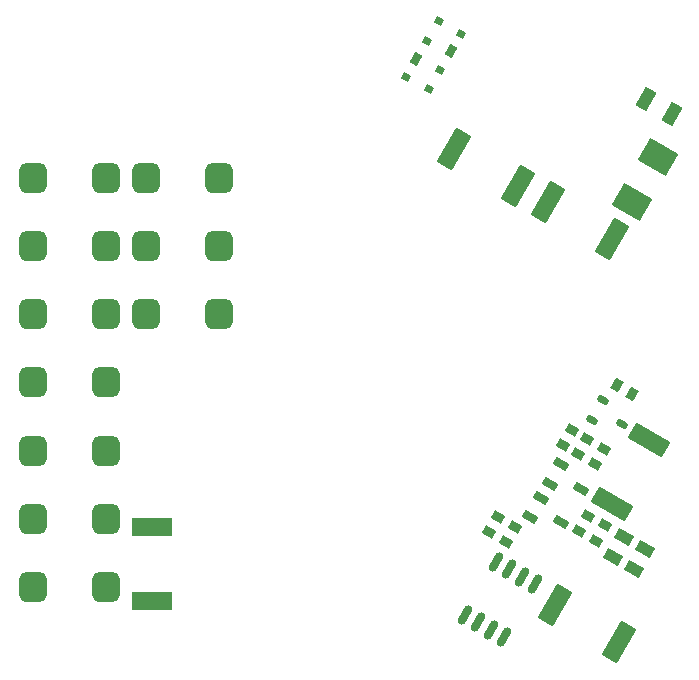
<source format=gtp>
G04*
G04 #@! TF.GenerationSoftware,Altium Limited,Altium Designer,21.1.1 (26)*
G04*
G04 Layer_Color=8421504*
%FSLAX25Y25*%
%MOIN*%
G70*
G04*
G04 #@! TF.SameCoordinates,FDC4DEE7-E93E-45EC-9828-44F572C0D175*
G04*
G04*
G04 #@! TF.FilePolarity,Positive*
G04*
G01*
G75*
G04:AMPARAMS|DCode=21|XSize=29.53mil|YSize=39.37mil|CornerRadius=0mil|HoleSize=0mil|Usage=FLASHONLY|Rotation=150.000|XOffset=0mil|YOffset=0mil|HoleType=Round|Shape=Rectangle|*
%AMROTATEDRECTD21*
4,1,4,0.02263,0.00967,0.00294,-0.02443,-0.02263,-0.00967,-0.00294,0.02443,0.02263,0.00967,0.0*
%
%ADD21ROTATEDRECTD21*%

G04:AMPARAMS|DCode=22|XSize=131.89mil|YSize=59.06mil|CornerRadius=0mil|HoleSize=0mil|Usage=FLASHONLY|Rotation=330.000|XOffset=0mil|YOffset=0mil|HoleType=Round|Shape=Rectangle|*
%AMROTATEDRECTD22*
4,1,4,-0.07187,0.00740,-0.04235,0.05854,0.07187,-0.00740,0.04235,-0.05854,-0.07187,0.00740,0.0*
%
%ADD22ROTATEDRECTD22*%

G04:AMPARAMS|DCode=23|XSize=131.89mil|YSize=59.06mil|CornerRadius=0mil|HoleSize=0mil|Usage=FLASHONLY|Rotation=60.000|XOffset=0mil|YOffset=0mil|HoleType=Round|Shape=Rectangle|*
%AMROTATEDRECTD23*
4,1,4,-0.00740,-0.07187,-0.05854,-0.04235,0.00740,0.07187,0.05854,0.04235,-0.00740,-0.07187,0.0*
%
%ADD23ROTATEDRECTD23*%

G04:AMPARAMS|DCode=24|XSize=92.56mil|YSize=100.43mil|CornerRadius=23.14mil|HoleSize=0mil|Usage=FLASHONLY|Rotation=0.000|XOffset=0mil|YOffset=0mil|HoleType=Round|Shape=RoundedRectangle|*
%AMROUNDEDRECTD24*
21,1,0.09256,0.05415,0,0,0.0*
21,1,0.04628,0.10043,0,0,0.0*
1,1,0.04628,0.02314,-0.02708*
1,1,0.04628,-0.02314,-0.02708*
1,1,0.04628,-0.02314,0.02708*
1,1,0.04628,0.02314,0.02708*
%
%ADD24ROUNDEDRECTD24*%
G04:AMPARAMS|DCode=25|XSize=29.53mil|YSize=39.37mil|CornerRadius=0mil|HoleSize=0mil|Usage=FLASHONLY|Rotation=240.000|XOffset=0mil|YOffset=0mil|HoleType=Round|Shape=Rectangle|*
%AMROTATEDRECTD25*
4,1,4,-0.00967,0.02263,0.02443,0.00294,0.00967,-0.02263,-0.02443,-0.00294,-0.00967,0.02263,0.0*
%
%ADD25ROTATEDRECTD25*%

G04:AMPARAMS|DCode=26|XSize=41.34mil|YSize=70.87mil|CornerRadius=0mil|HoleSize=0mil|Usage=FLASHONLY|Rotation=330.000|XOffset=0mil|YOffset=0mil|HoleType=Round|Shape=Rectangle|*
%AMROTATEDRECTD26*
4,1,4,-0.03562,-0.02035,-0.00018,0.04102,0.03562,0.02035,0.00018,-0.04102,-0.03562,-0.02035,0.0*
%
%ADD26ROTATEDRECTD26*%

%ADD27R,0.13189X0.05906*%
G04:AMPARAMS|DCode=28|XSize=37.4mil|YSize=57.09mil|CornerRadius=0mil|HoleSize=0mil|Usage=FLASHONLY|Rotation=60.000|XOffset=0mil|YOffset=0mil|HoleType=Round|Shape=Rectangle|*
%AMROTATEDRECTD28*
4,1,4,0.01537,-0.03047,-0.03407,-0.00192,-0.01537,0.03047,0.03407,0.00192,0.01537,-0.03047,0.0*
%
%ADD28ROTATEDRECTD28*%

G04:AMPARAMS|DCode=29|XSize=107.99mil|YSize=85mil|CornerRadius=0mil|HoleSize=0mil|Usage=FLASHONLY|Rotation=150.000|XOffset=0mil|YOffset=0mil|HoleType=Round|Shape=Rectangle|*
%AMROTATEDRECTD29*
4,1,4,0.06801,0.00981,0.02551,-0.06380,-0.06801,-0.00981,-0.02551,0.06380,0.06801,0.00981,0.0*
%
%ADD29ROTATEDRECTD29*%

G04:AMPARAMS|DCode=30|XSize=23.62mil|YSize=27.56mil|CornerRadius=0mil|HoleSize=0mil|Usage=FLASHONLY|Rotation=240.000|XOffset=0mil|YOffset=0mil|HoleType=Round|Shape=Rectangle|*
%AMROTATEDRECTD30*
4,1,4,-0.00603,0.01712,0.01784,0.00334,0.00603,-0.01712,-0.01784,-0.00334,-0.00603,0.01712,0.0*
%
%ADD30ROTATEDRECTD30*%

G04:AMPARAMS|DCode=31|XSize=39.37mil|YSize=27.56mil|CornerRadius=0mil|HoleSize=0mil|Usage=FLASHONLY|Rotation=240.000|XOffset=0mil|YOffset=0mil|HoleType=Round|Shape=Rectangle|*
%AMROTATEDRECTD31*
4,1,4,-0.00209,0.02394,0.02178,0.01016,0.00209,-0.02394,-0.02178,-0.01016,-0.00209,0.02394,0.0*
%
%ADD31ROTATEDRECTD31*%

G04:AMPARAMS|DCode=32|XSize=27.56mil|YSize=70.87mil|CornerRadius=0mil|HoleSize=0mil|Usage=FLASHONLY|Rotation=330.000|XOffset=0mil|YOffset=0mil|HoleType=Round|Shape=Round|*
%AMOVALD32*
21,1,0.04331,0.02756,0.00000,0.00000,60.0*
1,1,0.02756,-0.01083,-0.01875*
1,1,0.02756,0.01083,0.01875*
%
%ADD32OVALD32*%

G04:AMPARAMS|DCode=33|XSize=27.56mil|YSize=49.21mil|CornerRadius=0mil|HoleSize=0mil|Usage=FLASHONLY|Rotation=60.000|XOffset=0mil|YOffset=0mil|HoleType=Round|Shape=Rectangle|*
%AMROTATEDRECTD33*
4,1,4,0.01442,-0.02424,-0.02820,0.00037,-0.01442,0.02424,0.02820,-0.00037,0.01442,-0.02424,0.0*
%
%ADD33ROTATEDRECTD33*%

G04:AMPARAMS|DCode=34|XSize=23.62mil|YSize=39.37mil|CornerRadius=5.91mil|HoleSize=0mil|Usage=FLASHONLY|Rotation=60.000|XOffset=0mil|YOffset=0mil|HoleType=Round|Shape=RoundedRectangle|*
%AMROUNDEDRECTD34*
21,1,0.02362,0.02756,0,0,60.0*
21,1,0.01181,0.03937,0,0,60.0*
1,1,0.01181,0.01489,-0.00178*
1,1,0.01181,0.00898,-0.01200*
1,1,0.01181,-0.01489,0.00178*
1,1,0.01181,-0.00898,0.01200*
%
%ADD34ROUNDEDRECTD34*%
D21*
X82057Y-3976D02*
D03*
X76943Y-1024D02*
D03*
D22*
X87789Y-19164D02*
D03*
X75486Y-40474D02*
D03*
D23*
X56345Y-74348D02*
D03*
X77655Y-86652D02*
D03*
X44000Y65500D02*
D03*
X22690Y77803D02*
D03*
X75310Y47697D02*
D03*
X54000Y60000D02*
D03*
D24*
X-55591Y68250D02*
D03*
X-80000D02*
D03*
X-55591Y22750D02*
D03*
X-80000D02*
D03*
X-55591Y45500D02*
D03*
X-80000D02*
D03*
X-117500Y-45500D02*
D03*
X-93090D02*
D03*
X-117500Y0D02*
D03*
X-93090D02*
D03*
X-117500Y45500D02*
D03*
X-93090D02*
D03*
X-117500Y22750D02*
D03*
X-93090D02*
D03*
X-117500Y-68250D02*
D03*
X-93090D02*
D03*
X-117500Y-22750D02*
D03*
X-93090D02*
D03*
X-117500Y68250D02*
D03*
X-93090D02*
D03*
D25*
X72807Y-22115D02*
D03*
X69854Y-27230D02*
D03*
X64225Y-23980D02*
D03*
X67177Y-18865D02*
D03*
X37329Y-44841D02*
D03*
X34376Y-49956D02*
D03*
X70112Y-52782D02*
D03*
X73065Y-47668D02*
D03*
X67436Y-44418D02*
D03*
X64483Y-49532D02*
D03*
X61981Y-15865D02*
D03*
X59028Y-20980D02*
D03*
X40006Y-53206D02*
D03*
X42958Y-48091D02*
D03*
D26*
X86653Y94510D02*
D03*
X95347Y89490D02*
D03*
D27*
X-78000Y-48394D02*
D03*
X-78000Y-73000D02*
D03*
D28*
X75664Y-58165D02*
D03*
X79503Y-51517D02*
D03*
X82593Y-62165D02*
D03*
X86431Y-55517D02*
D03*
D29*
X90850Y75035D02*
D03*
X82150Y59965D02*
D03*
D30*
X6879Y101926D02*
D03*
X14380Y97596D02*
D03*
X18121Y104074D02*
D03*
X25121Y116074D02*
D03*
X17620Y120404D02*
D03*
X13879Y113926D02*
D03*
D31*
X10226Y107722D02*
D03*
X21774Y110277D02*
D03*
D32*
X49613Y-67287D02*
D03*
X45283Y-64787D02*
D03*
X40953Y-62287D02*
D03*
X36623Y-59787D02*
D03*
X39377Y-85017D02*
D03*
X35047Y-82517D02*
D03*
X30717Y-80017D02*
D03*
X26387Y-77517D02*
D03*
D33*
X58512Y-46717D02*
D03*
X48118Y-45035D02*
D03*
X51858Y-38556D02*
D03*
X65012Y-35458D02*
D03*
X54618Y-33776D02*
D03*
X58358Y-27298D02*
D03*
D34*
X72383Y-5951D02*
D03*
X68643Y-12429D02*
D03*
X78696Y-13914D02*
D03*
M02*

</source>
